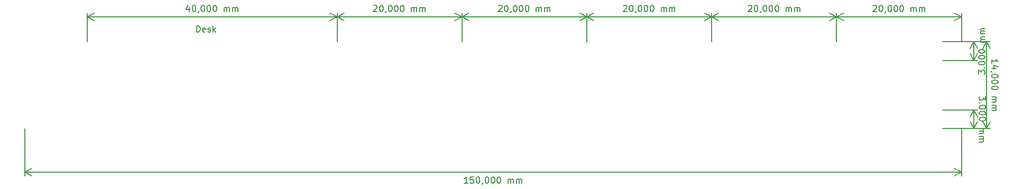
<source format=gbr>
%TF.GenerationSoftware,KiCad,Pcbnew,(5.1.7)-1*%
%TF.CreationDate,2020-11-11T22:14:19+01:00*%
%TF.ProjectId,rgb_sensor_v2,7267625f-7365-46e7-936f-725f76322e6b,rev?*%
%TF.SameCoordinates,Original*%
%TF.FileFunction,OtherDrawing,Comment*%
%FSLAX46Y46*%
G04 Gerber Fmt 4.6, Leading zero omitted, Abs format (unit mm)*
G04 Created by KiCad (PCBNEW (5.1.7)-1) date 2020-11-11 22:14:19*
%MOMM*%
%LPD*%
G01*
G04 APERTURE LIST*
%ADD10C,0.150000*%
G04 APERTURE END LIST*
D10*
X159352380Y-113252380D02*
X158780952Y-113252380D01*
X159066666Y-113252380D02*
X159066666Y-112252380D01*
X158971428Y-112395238D01*
X158876190Y-112490476D01*
X158780952Y-112538095D01*
X160257142Y-112252380D02*
X159780952Y-112252380D01*
X159733333Y-112728571D01*
X159780952Y-112680952D01*
X159876190Y-112633333D01*
X160114285Y-112633333D01*
X160209523Y-112680952D01*
X160257142Y-112728571D01*
X160304761Y-112823809D01*
X160304761Y-113061904D01*
X160257142Y-113157142D01*
X160209523Y-113204761D01*
X160114285Y-113252380D01*
X159876190Y-113252380D01*
X159780952Y-113204761D01*
X159733333Y-113157142D01*
X160923809Y-112252380D02*
X161019047Y-112252380D01*
X161114285Y-112300000D01*
X161161904Y-112347619D01*
X161209523Y-112442857D01*
X161257142Y-112633333D01*
X161257142Y-112871428D01*
X161209523Y-113061904D01*
X161161904Y-113157142D01*
X161114285Y-113204761D01*
X161019047Y-113252380D01*
X160923809Y-113252380D01*
X160828571Y-113204761D01*
X160780952Y-113157142D01*
X160733333Y-113061904D01*
X160685714Y-112871428D01*
X160685714Y-112633333D01*
X160733333Y-112442857D01*
X160780952Y-112347619D01*
X160828571Y-112300000D01*
X160923809Y-112252380D01*
X161733333Y-113204761D02*
X161733333Y-113252380D01*
X161685714Y-113347619D01*
X161638095Y-113395238D01*
X162352380Y-112252380D02*
X162447619Y-112252380D01*
X162542857Y-112300000D01*
X162590476Y-112347619D01*
X162638095Y-112442857D01*
X162685714Y-112633333D01*
X162685714Y-112871428D01*
X162638095Y-113061904D01*
X162590476Y-113157142D01*
X162542857Y-113204761D01*
X162447619Y-113252380D01*
X162352380Y-113252380D01*
X162257142Y-113204761D01*
X162209523Y-113157142D01*
X162161904Y-113061904D01*
X162114285Y-112871428D01*
X162114285Y-112633333D01*
X162161904Y-112442857D01*
X162209523Y-112347619D01*
X162257142Y-112300000D01*
X162352380Y-112252380D01*
X163304761Y-112252380D02*
X163400000Y-112252380D01*
X163495238Y-112300000D01*
X163542857Y-112347619D01*
X163590476Y-112442857D01*
X163638095Y-112633333D01*
X163638095Y-112871428D01*
X163590476Y-113061904D01*
X163542857Y-113157142D01*
X163495238Y-113204761D01*
X163400000Y-113252380D01*
X163304761Y-113252380D01*
X163209523Y-113204761D01*
X163161904Y-113157142D01*
X163114285Y-113061904D01*
X163066666Y-112871428D01*
X163066666Y-112633333D01*
X163114285Y-112442857D01*
X163161904Y-112347619D01*
X163209523Y-112300000D01*
X163304761Y-112252380D01*
X164257142Y-112252380D02*
X164352380Y-112252380D01*
X164447619Y-112300000D01*
X164495238Y-112347619D01*
X164542857Y-112442857D01*
X164590476Y-112633333D01*
X164590476Y-112871428D01*
X164542857Y-113061904D01*
X164495238Y-113157142D01*
X164447619Y-113204761D01*
X164352380Y-113252380D01*
X164257142Y-113252380D01*
X164161904Y-113204761D01*
X164114285Y-113157142D01*
X164066666Y-113061904D01*
X164019047Y-112871428D01*
X164019047Y-112633333D01*
X164066666Y-112442857D01*
X164114285Y-112347619D01*
X164161904Y-112300000D01*
X164257142Y-112252380D01*
X165780952Y-113252380D02*
X165780952Y-112585714D01*
X165780952Y-112680952D02*
X165828571Y-112633333D01*
X165923809Y-112585714D01*
X166066666Y-112585714D01*
X166161904Y-112633333D01*
X166209523Y-112728571D01*
X166209523Y-113252380D01*
X166209523Y-112728571D02*
X166257142Y-112633333D01*
X166352380Y-112585714D01*
X166495238Y-112585714D01*
X166590476Y-112633333D01*
X166638095Y-112728571D01*
X166638095Y-113252380D01*
X167114285Y-113252380D02*
X167114285Y-112585714D01*
X167114285Y-112680952D02*
X167161904Y-112633333D01*
X167257142Y-112585714D01*
X167400000Y-112585714D01*
X167495238Y-112633333D01*
X167542857Y-112728571D01*
X167542857Y-113252380D01*
X167542857Y-112728571D02*
X167590476Y-112633333D01*
X167685714Y-112585714D01*
X167828571Y-112585714D01*
X167923809Y-112633333D01*
X167971428Y-112728571D01*
X167971428Y-113252380D01*
X238400000Y-111500000D02*
X88400000Y-111500000D01*
X238400000Y-104500000D02*
X238400000Y-112086421D01*
X88400000Y-104500000D02*
X88400000Y-112086421D01*
X88400000Y-111500000D02*
X89526504Y-110913579D01*
X88400000Y-111500000D02*
X89526504Y-112086421D01*
X238400000Y-111500000D02*
X237273496Y-110913579D01*
X238400000Y-111500000D02*
X237273496Y-112086421D01*
X242247619Y-99285714D02*
X242247619Y-99904761D01*
X241866666Y-99571428D01*
X241866666Y-99714285D01*
X241819047Y-99809523D01*
X241771428Y-99857142D01*
X241676190Y-99904761D01*
X241438095Y-99904761D01*
X241342857Y-99857142D01*
X241295238Y-99809523D01*
X241247619Y-99714285D01*
X241247619Y-99428571D01*
X241295238Y-99333333D01*
X241342857Y-99285714D01*
X241342857Y-100333333D02*
X241295238Y-100380952D01*
X241247619Y-100333333D01*
X241295238Y-100285714D01*
X241342857Y-100333333D01*
X241247619Y-100333333D01*
X242247619Y-101000000D02*
X242247619Y-101095238D01*
X242200000Y-101190476D01*
X242152380Y-101238095D01*
X242057142Y-101285714D01*
X241866666Y-101333333D01*
X241628571Y-101333333D01*
X241438095Y-101285714D01*
X241342857Y-101238095D01*
X241295238Y-101190476D01*
X241247619Y-101095238D01*
X241247619Y-101000000D01*
X241295238Y-100904761D01*
X241342857Y-100857142D01*
X241438095Y-100809523D01*
X241628571Y-100761904D01*
X241866666Y-100761904D01*
X242057142Y-100809523D01*
X242152380Y-100857142D01*
X242200000Y-100904761D01*
X242247619Y-101000000D01*
X242247619Y-101952380D02*
X242247619Y-102047619D01*
X242200000Y-102142857D01*
X242152380Y-102190476D01*
X242057142Y-102238095D01*
X241866666Y-102285714D01*
X241628571Y-102285714D01*
X241438095Y-102238095D01*
X241342857Y-102190476D01*
X241295238Y-102142857D01*
X241247619Y-102047619D01*
X241247619Y-101952380D01*
X241295238Y-101857142D01*
X241342857Y-101809523D01*
X241438095Y-101761904D01*
X241628571Y-101714285D01*
X241866666Y-101714285D01*
X242057142Y-101761904D01*
X242152380Y-101809523D01*
X242200000Y-101857142D01*
X242247619Y-101952380D01*
X242247619Y-102904761D02*
X242247619Y-103000000D01*
X242200000Y-103095238D01*
X242152380Y-103142857D01*
X242057142Y-103190476D01*
X241866666Y-103238095D01*
X241628571Y-103238095D01*
X241438095Y-103190476D01*
X241342857Y-103142857D01*
X241295238Y-103095238D01*
X241247619Y-103000000D01*
X241247619Y-102904761D01*
X241295238Y-102809523D01*
X241342857Y-102761904D01*
X241438095Y-102714285D01*
X241628571Y-102666666D01*
X241866666Y-102666666D01*
X242057142Y-102714285D01*
X242152380Y-102761904D01*
X242200000Y-102809523D01*
X242247619Y-102904761D01*
X241247619Y-104428571D02*
X241914285Y-104428571D01*
X241819047Y-104428571D02*
X241866666Y-104476190D01*
X241914285Y-104571428D01*
X241914285Y-104714285D01*
X241866666Y-104809523D01*
X241771428Y-104857142D01*
X241247619Y-104857142D01*
X241771428Y-104857142D02*
X241866666Y-104904761D01*
X241914285Y-105000000D01*
X241914285Y-105142857D01*
X241866666Y-105238095D01*
X241771428Y-105285714D01*
X241247619Y-105285714D01*
X241247619Y-105761904D02*
X241914285Y-105761904D01*
X241819047Y-105761904D02*
X241866666Y-105809523D01*
X241914285Y-105904761D01*
X241914285Y-106047619D01*
X241866666Y-106142857D01*
X241771428Y-106190476D01*
X241247619Y-106190476D01*
X241771428Y-106190476D02*
X241866666Y-106238095D01*
X241914285Y-106333333D01*
X241914285Y-106476190D01*
X241866666Y-106571428D01*
X241771428Y-106619047D01*
X241247619Y-106619047D01*
X240400000Y-101500000D02*
X240400000Y-104500000D01*
X235400000Y-101500000D02*
X240986421Y-101500000D01*
X235400000Y-104500000D02*
X240986421Y-104500000D01*
X240400000Y-104500000D02*
X239813579Y-103373496D01*
X240400000Y-104500000D02*
X240986421Y-103373496D01*
X240400000Y-101500000D02*
X239813579Y-102626504D01*
X240400000Y-101500000D02*
X240986421Y-102626504D01*
X241152380Y-95714285D02*
X241152380Y-95095238D01*
X241533333Y-95428571D01*
X241533333Y-95285714D01*
X241580952Y-95190476D01*
X241628571Y-95142857D01*
X241723809Y-95095238D01*
X241961904Y-95095238D01*
X242057142Y-95142857D01*
X242104761Y-95190476D01*
X242152380Y-95285714D01*
X242152380Y-95571428D01*
X242104761Y-95666666D01*
X242057142Y-95714285D01*
X242057142Y-94666666D02*
X242104761Y-94619047D01*
X242152380Y-94666666D01*
X242104761Y-94714285D01*
X242057142Y-94666666D01*
X242152380Y-94666666D01*
X241152380Y-94000000D02*
X241152380Y-93904761D01*
X241200000Y-93809523D01*
X241247619Y-93761904D01*
X241342857Y-93714285D01*
X241533333Y-93666666D01*
X241771428Y-93666666D01*
X241961904Y-93714285D01*
X242057142Y-93761904D01*
X242104761Y-93809523D01*
X242152380Y-93904761D01*
X242152380Y-94000000D01*
X242104761Y-94095238D01*
X242057142Y-94142857D01*
X241961904Y-94190476D01*
X241771428Y-94238095D01*
X241533333Y-94238095D01*
X241342857Y-94190476D01*
X241247619Y-94142857D01*
X241200000Y-94095238D01*
X241152380Y-94000000D01*
X241152380Y-93047619D02*
X241152380Y-92952380D01*
X241200000Y-92857142D01*
X241247619Y-92809523D01*
X241342857Y-92761904D01*
X241533333Y-92714285D01*
X241771428Y-92714285D01*
X241961904Y-92761904D01*
X242057142Y-92809523D01*
X242104761Y-92857142D01*
X242152380Y-92952380D01*
X242152380Y-93047619D01*
X242104761Y-93142857D01*
X242057142Y-93190476D01*
X241961904Y-93238095D01*
X241771428Y-93285714D01*
X241533333Y-93285714D01*
X241342857Y-93238095D01*
X241247619Y-93190476D01*
X241200000Y-93142857D01*
X241152380Y-93047619D01*
X241152380Y-92095238D02*
X241152380Y-92000000D01*
X241200000Y-91904761D01*
X241247619Y-91857142D01*
X241342857Y-91809523D01*
X241533333Y-91761904D01*
X241771428Y-91761904D01*
X241961904Y-91809523D01*
X242057142Y-91857142D01*
X242104761Y-91904761D01*
X242152380Y-92000000D01*
X242152380Y-92095238D01*
X242104761Y-92190476D01*
X242057142Y-92238095D01*
X241961904Y-92285714D01*
X241771428Y-92333333D01*
X241533333Y-92333333D01*
X241342857Y-92285714D01*
X241247619Y-92238095D01*
X241200000Y-92190476D01*
X241152380Y-92095238D01*
X242152380Y-90571428D02*
X241485714Y-90571428D01*
X241580952Y-90571428D02*
X241533333Y-90523809D01*
X241485714Y-90428571D01*
X241485714Y-90285714D01*
X241533333Y-90190476D01*
X241628571Y-90142857D01*
X242152380Y-90142857D01*
X241628571Y-90142857D02*
X241533333Y-90095238D01*
X241485714Y-90000000D01*
X241485714Y-89857142D01*
X241533333Y-89761904D01*
X241628571Y-89714285D01*
X242152380Y-89714285D01*
X242152380Y-89238095D02*
X241485714Y-89238095D01*
X241580952Y-89238095D02*
X241533333Y-89190476D01*
X241485714Y-89095238D01*
X241485714Y-88952380D01*
X241533333Y-88857142D01*
X241628571Y-88809523D01*
X242152380Y-88809523D01*
X241628571Y-88809523D02*
X241533333Y-88761904D01*
X241485714Y-88666666D01*
X241485714Y-88523809D01*
X241533333Y-88428571D01*
X241628571Y-88380952D01*
X242152380Y-88380952D01*
X240400000Y-93500000D02*
X240400000Y-90500000D01*
X235400000Y-93500000D02*
X240986421Y-93500000D01*
X235400000Y-90500000D02*
X240986421Y-90500000D01*
X240400000Y-90500000D02*
X240986421Y-91626504D01*
X240400000Y-90500000D02*
X239813579Y-91626504D01*
X240400000Y-93500000D02*
X240986421Y-92373496D01*
X240400000Y-93500000D02*
X239813579Y-92373496D01*
X115900000Y-88952380D02*
X115900000Y-87952380D01*
X116138095Y-87952380D01*
X116280952Y-88000000D01*
X116376190Y-88095238D01*
X116423809Y-88190476D01*
X116471428Y-88380952D01*
X116471428Y-88523809D01*
X116423809Y-88714285D01*
X116376190Y-88809523D01*
X116280952Y-88904761D01*
X116138095Y-88952380D01*
X115900000Y-88952380D01*
X117280952Y-88904761D02*
X117185714Y-88952380D01*
X116995238Y-88952380D01*
X116900000Y-88904761D01*
X116852380Y-88809523D01*
X116852380Y-88428571D01*
X116900000Y-88333333D01*
X116995238Y-88285714D01*
X117185714Y-88285714D01*
X117280952Y-88333333D01*
X117328571Y-88428571D01*
X117328571Y-88523809D01*
X116852380Y-88619047D01*
X117709523Y-88904761D02*
X117804761Y-88952380D01*
X117995238Y-88952380D01*
X118090476Y-88904761D01*
X118138095Y-88809523D01*
X118138095Y-88761904D01*
X118090476Y-88666666D01*
X117995238Y-88619047D01*
X117852380Y-88619047D01*
X117757142Y-88571428D01*
X117709523Y-88476190D01*
X117709523Y-88428571D01*
X117757142Y-88333333D01*
X117852380Y-88285714D01*
X117995238Y-88285714D01*
X118090476Y-88333333D01*
X118566666Y-88952380D02*
X118566666Y-87952380D01*
X118661904Y-88571428D02*
X118947619Y-88952380D01*
X118947619Y-88285714D02*
X118566666Y-88666666D01*
X114733333Y-84985714D02*
X114733333Y-85652380D01*
X114495238Y-84604761D02*
X114257142Y-85319047D01*
X114876190Y-85319047D01*
X115447619Y-84652380D02*
X115542857Y-84652380D01*
X115638095Y-84700000D01*
X115685714Y-84747619D01*
X115733333Y-84842857D01*
X115780952Y-85033333D01*
X115780952Y-85271428D01*
X115733333Y-85461904D01*
X115685714Y-85557142D01*
X115638095Y-85604761D01*
X115542857Y-85652380D01*
X115447619Y-85652380D01*
X115352380Y-85604761D01*
X115304761Y-85557142D01*
X115257142Y-85461904D01*
X115209523Y-85271428D01*
X115209523Y-85033333D01*
X115257142Y-84842857D01*
X115304761Y-84747619D01*
X115352380Y-84700000D01*
X115447619Y-84652380D01*
X116257142Y-85604761D02*
X116257142Y-85652380D01*
X116209523Y-85747619D01*
X116161904Y-85795238D01*
X116876190Y-84652380D02*
X116971428Y-84652380D01*
X117066666Y-84700000D01*
X117114285Y-84747619D01*
X117161904Y-84842857D01*
X117209523Y-85033333D01*
X117209523Y-85271428D01*
X117161904Y-85461904D01*
X117114285Y-85557142D01*
X117066666Y-85604761D01*
X116971428Y-85652380D01*
X116876190Y-85652380D01*
X116780952Y-85604761D01*
X116733333Y-85557142D01*
X116685714Y-85461904D01*
X116638095Y-85271428D01*
X116638095Y-85033333D01*
X116685714Y-84842857D01*
X116733333Y-84747619D01*
X116780952Y-84700000D01*
X116876190Y-84652380D01*
X117828571Y-84652380D02*
X117923809Y-84652380D01*
X118019047Y-84700000D01*
X118066666Y-84747619D01*
X118114285Y-84842857D01*
X118161904Y-85033333D01*
X118161904Y-85271428D01*
X118114285Y-85461904D01*
X118066666Y-85557142D01*
X118019047Y-85604761D01*
X117923809Y-85652380D01*
X117828571Y-85652380D01*
X117733333Y-85604761D01*
X117685714Y-85557142D01*
X117638095Y-85461904D01*
X117590476Y-85271428D01*
X117590476Y-85033333D01*
X117638095Y-84842857D01*
X117685714Y-84747619D01*
X117733333Y-84700000D01*
X117828571Y-84652380D01*
X118780952Y-84652380D02*
X118876190Y-84652380D01*
X118971428Y-84700000D01*
X119019047Y-84747619D01*
X119066666Y-84842857D01*
X119114285Y-85033333D01*
X119114285Y-85271428D01*
X119066666Y-85461904D01*
X119019047Y-85557142D01*
X118971428Y-85604761D01*
X118876190Y-85652380D01*
X118780952Y-85652380D01*
X118685714Y-85604761D01*
X118638095Y-85557142D01*
X118590476Y-85461904D01*
X118542857Y-85271428D01*
X118542857Y-85033333D01*
X118590476Y-84842857D01*
X118638095Y-84747619D01*
X118685714Y-84700000D01*
X118780952Y-84652380D01*
X120304761Y-85652380D02*
X120304761Y-84985714D01*
X120304761Y-85080952D02*
X120352380Y-85033333D01*
X120447619Y-84985714D01*
X120590476Y-84985714D01*
X120685714Y-85033333D01*
X120733333Y-85128571D01*
X120733333Y-85652380D01*
X120733333Y-85128571D02*
X120780952Y-85033333D01*
X120876190Y-84985714D01*
X121019047Y-84985714D01*
X121114285Y-85033333D01*
X121161904Y-85128571D01*
X121161904Y-85652380D01*
X121638095Y-85652380D02*
X121638095Y-84985714D01*
X121638095Y-85080952D02*
X121685714Y-85033333D01*
X121780952Y-84985714D01*
X121923809Y-84985714D01*
X122019047Y-85033333D01*
X122066666Y-85128571D01*
X122066666Y-85652380D01*
X122066666Y-85128571D02*
X122114285Y-85033333D01*
X122209523Y-84985714D01*
X122352380Y-84985714D01*
X122447619Y-85033333D01*
X122495238Y-85128571D01*
X122495238Y-85652380D01*
X138400000Y-86500000D02*
X98400000Y-86500000D01*
X138400000Y-90500000D02*
X138400000Y-85913579D01*
X98400000Y-90500000D02*
X98400000Y-85913579D01*
X98400000Y-86500000D02*
X99526504Y-85913579D01*
X98400000Y-86500000D02*
X99526504Y-87086421D01*
X138400000Y-86500000D02*
X137273496Y-85913579D01*
X138400000Y-86500000D02*
X137273496Y-87086421D01*
X144257142Y-84747619D02*
X144304761Y-84700000D01*
X144400000Y-84652380D01*
X144638095Y-84652380D01*
X144733333Y-84700000D01*
X144780952Y-84747619D01*
X144828571Y-84842857D01*
X144828571Y-84938095D01*
X144780952Y-85080952D01*
X144209523Y-85652380D01*
X144828571Y-85652380D01*
X145447619Y-84652380D02*
X145542857Y-84652380D01*
X145638095Y-84700000D01*
X145685714Y-84747619D01*
X145733333Y-84842857D01*
X145780952Y-85033333D01*
X145780952Y-85271428D01*
X145733333Y-85461904D01*
X145685714Y-85557142D01*
X145638095Y-85604761D01*
X145542857Y-85652380D01*
X145447619Y-85652380D01*
X145352380Y-85604761D01*
X145304761Y-85557142D01*
X145257142Y-85461904D01*
X145209523Y-85271428D01*
X145209523Y-85033333D01*
X145257142Y-84842857D01*
X145304761Y-84747619D01*
X145352380Y-84700000D01*
X145447619Y-84652380D01*
X146257142Y-85604761D02*
X146257142Y-85652380D01*
X146209523Y-85747619D01*
X146161904Y-85795238D01*
X146876190Y-84652380D02*
X146971428Y-84652380D01*
X147066666Y-84700000D01*
X147114285Y-84747619D01*
X147161904Y-84842857D01*
X147209523Y-85033333D01*
X147209523Y-85271428D01*
X147161904Y-85461904D01*
X147114285Y-85557142D01*
X147066666Y-85604761D01*
X146971428Y-85652380D01*
X146876190Y-85652380D01*
X146780952Y-85604761D01*
X146733333Y-85557142D01*
X146685714Y-85461904D01*
X146638095Y-85271428D01*
X146638095Y-85033333D01*
X146685714Y-84842857D01*
X146733333Y-84747619D01*
X146780952Y-84700000D01*
X146876190Y-84652380D01*
X147828571Y-84652380D02*
X147923809Y-84652380D01*
X148019047Y-84700000D01*
X148066666Y-84747619D01*
X148114285Y-84842857D01*
X148161904Y-85033333D01*
X148161904Y-85271428D01*
X148114285Y-85461904D01*
X148066666Y-85557142D01*
X148019047Y-85604761D01*
X147923809Y-85652380D01*
X147828571Y-85652380D01*
X147733333Y-85604761D01*
X147685714Y-85557142D01*
X147638095Y-85461904D01*
X147590476Y-85271428D01*
X147590476Y-85033333D01*
X147638095Y-84842857D01*
X147685714Y-84747619D01*
X147733333Y-84700000D01*
X147828571Y-84652380D01*
X148780952Y-84652380D02*
X148876190Y-84652380D01*
X148971428Y-84700000D01*
X149019047Y-84747619D01*
X149066666Y-84842857D01*
X149114285Y-85033333D01*
X149114285Y-85271428D01*
X149066666Y-85461904D01*
X149019047Y-85557142D01*
X148971428Y-85604761D01*
X148876190Y-85652380D01*
X148780952Y-85652380D01*
X148685714Y-85604761D01*
X148638095Y-85557142D01*
X148590476Y-85461904D01*
X148542857Y-85271428D01*
X148542857Y-85033333D01*
X148590476Y-84842857D01*
X148638095Y-84747619D01*
X148685714Y-84700000D01*
X148780952Y-84652380D01*
X150304761Y-85652380D02*
X150304761Y-84985714D01*
X150304761Y-85080952D02*
X150352380Y-85033333D01*
X150447619Y-84985714D01*
X150590476Y-84985714D01*
X150685714Y-85033333D01*
X150733333Y-85128571D01*
X150733333Y-85652380D01*
X150733333Y-85128571D02*
X150780952Y-85033333D01*
X150876190Y-84985714D01*
X151019047Y-84985714D01*
X151114285Y-85033333D01*
X151161904Y-85128571D01*
X151161904Y-85652380D01*
X151638095Y-85652380D02*
X151638095Y-84985714D01*
X151638095Y-85080952D02*
X151685714Y-85033333D01*
X151780952Y-84985714D01*
X151923809Y-84985714D01*
X152019047Y-85033333D01*
X152066666Y-85128571D01*
X152066666Y-85652380D01*
X152066666Y-85128571D02*
X152114285Y-85033333D01*
X152209523Y-84985714D01*
X152352380Y-84985714D01*
X152447619Y-85033333D01*
X152495238Y-85128571D01*
X152495238Y-85652380D01*
X158400000Y-86500000D02*
X138400000Y-86500000D01*
X158400000Y-90500000D02*
X158400000Y-85913579D01*
X138400000Y-90500000D02*
X138400000Y-85913579D01*
X138400000Y-86500000D02*
X139526504Y-85913579D01*
X138400000Y-86500000D02*
X139526504Y-87086421D01*
X158400000Y-86500000D02*
X157273496Y-85913579D01*
X158400000Y-86500000D02*
X157273496Y-87086421D01*
X164257142Y-84747619D02*
X164304761Y-84700000D01*
X164400000Y-84652380D01*
X164638095Y-84652380D01*
X164733333Y-84700000D01*
X164780952Y-84747619D01*
X164828571Y-84842857D01*
X164828571Y-84938095D01*
X164780952Y-85080952D01*
X164209523Y-85652380D01*
X164828571Y-85652380D01*
X165447619Y-84652380D02*
X165542857Y-84652380D01*
X165638095Y-84700000D01*
X165685714Y-84747619D01*
X165733333Y-84842857D01*
X165780952Y-85033333D01*
X165780952Y-85271428D01*
X165733333Y-85461904D01*
X165685714Y-85557142D01*
X165638095Y-85604761D01*
X165542857Y-85652380D01*
X165447619Y-85652380D01*
X165352380Y-85604761D01*
X165304761Y-85557142D01*
X165257142Y-85461904D01*
X165209523Y-85271428D01*
X165209523Y-85033333D01*
X165257142Y-84842857D01*
X165304761Y-84747619D01*
X165352380Y-84700000D01*
X165447619Y-84652380D01*
X166257142Y-85604761D02*
X166257142Y-85652380D01*
X166209523Y-85747619D01*
X166161904Y-85795238D01*
X166876190Y-84652380D02*
X166971428Y-84652380D01*
X167066666Y-84700000D01*
X167114285Y-84747619D01*
X167161904Y-84842857D01*
X167209523Y-85033333D01*
X167209523Y-85271428D01*
X167161904Y-85461904D01*
X167114285Y-85557142D01*
X167066666Y-85604761D01*
X166971428Y-85652380D01*
X166876190Y-85652380D01*
X166780952Y-85604761D01*
X166733333Y-85557142D01*
X166685714Y-85461904D01*
X166638095Y-85271428D01*
X166638095Y-85033333D01*
X166685714Y-84842857D01*
X166733333Y-84747619D01*
X166780952Y-84700000D01*
X166876190Y-84652380D01*
X167828571Y-84652380D02*
X167923809Y-84652380D01*
X168019047Y-84700000D01*
X168066666Y-84747619D01*
X168114285Y-84842857D01*
X168161904Y-85033333D01*
X168161904Y-85271428D01*
X168114285Y-85461904D01*
X168066666Y-85557142D01*
X168019047Y-85604761D01*
X167923809Y-85652380D01*
X167828571Y-85652380D01*
X167733333Y-85604761D01*
X167685714Y-85557142D01*
X167638095Y-85461904D01*
X167590476Y-85271428D01*
X167590476Y-85033333D01*
X167638095Y-84842857D01*
X167685714Y-84747619D01*
X167733333Y-84700000D01*
X167828571Y-84652380D01*
X168780952Y-84652380D02*
X168876190Y-84652380D01*
X168971428Y-84700000D01*
X169019047Y-84747619D01*
X169066666Y-84842857D01*
X169114285Y-85033333D01*
X169114285Y-85271428D01*
X169066666Y-85461904D01*
X169019047Y-85557142D01*
X168971428Y-85604761D01*
X168876190Y-85652380D01*
X168780952Y-85652380D01*
X168685714Y-85604761D01*
X168638095Y-85557142D01*
X168590476Y-85461904D01*
X168542857Y-85271428D01*
X168542857Y-85033333D01*
X168590476Y-84842857D01*
X168638095Y-84747619D01*
X168685714Y-84700000D01*
X168780952Y-84652380D01*
X170304761Y-85652380D02*
X170304761Y-84985714D01*
X170304761Y-85080952D02*
X170352380Y-85033333D01*
X170447619Y-84985714D01*
X170590476Y-84985714D01*
X170685714Y-85033333D01*
X170733333Y-85128571D01*
X170733333Y-85652380D01*
X170733333Y-85128571D02*
X170780952Y-85033333D01*
X170876190Y-84985714D01*
X171019047Y-84985714D01*
X171114285Y-85033333D01*
X171161904Y-85128571D01*
X171161904Y-85652380D01*
X171638095Y-85652380D02*
X171638095Y-84985714D01*
X171638095Y-85080952D02*
X171685714Y-85033333D01*
X171780952Y-84985714D01*
X171923809Y-84985714D01*
X172019047Y-85033333D01*
X172066666Y-85128571D01*
X172066666Y-85652380D01*
X172066666Y-85128571D02*
X172114285Y-85033333D01*
X172209523Y-84985714D01*
X172352380Y-84985714D01*
X172447619Y-85033333D01*
X172495238Y-85128571D01*
X172495238Y-85652380D01*
X178400000Y-86500000D02*
X158400000Y-86500000D01*
X178400000Y-90500000D02*
X178400000Y-85913579D01*
X158400000Y-90500000D02*
X158400000Y-85913579D01*
X158400000Y-86500000D02*
X159526504Y-85913579D01*
X158400000Y-86500000D02*
X159526504Y-87086421D01*
X178400000Y-86500000D02*
X177273496Y-85913579D01*
X178400000Y-86500000D02*
X177273496Y-87086421D01*
X184257142Y-84747619D02*
X184304761Y-84700000D01*
X184400000Y-84652380D01*
X184638095Y-84652380D01*
X184733333Y-84700000D01*
X184780952Y-84747619D01*
X184828571Y-84842857D01*
X184828571Y-84938095D01*
X184780952Y-85080952D01*
X184209523Y-85652380D01*
X184828571Y-85652380D01*
X185447619Y-84652380D02*
X185542857Y-84652380D01*
X185638095Y-84700000D01*
X185685714Y-84747619D01*
X185733333Y-84842857D01*
X185780952Y-85033333D01*
X185780952Y-85271428D01*
X185733333Y-85461904D01*
X185685714Y-85557142D01*
X185638095Y-85604761D01*
X185542857Y-85652380D01*
X185447619Y-85652380D01*
X185352380Y-85604761D01*
X185304761Y-85557142D01*
X185257142Y-85461904D01*
X185209523Y-85271428D01*
X185209523Y-85033333D01*
X185257142Y-84842857D01*
X185304761Y-84747619D01*
X185352380Y-84700000D01*
X185447619Y-84652380D01*
X186257142Y-85604761D02*
X186257142Y-85652380D01*
X186209523Y-85747619D01*
X186161904Y-85795238D01*
X186876190Y-84652380D02*
X186971428Y-84652380D01*
X187066666Y-84700000D01*
X187114285Y-84747619D01*
X187161904Y-84842857D01*
X187209523Y-85033333D01*
X187209523Y-85271428D01*
X187161904Y-85461904D01*
X187114285Y-85557142D01*
X187066666Y-85604761D01*
X186971428Y-85652380D01*
X186876190Y-85652380D01*
X186780952Y-85604761D01*
X186733333Y-85557142D01*
X186685714Y-85461904D01*
X186638095Y-85271428D01*
X186638095Y-85033333D01*
X186685714Y-84842857D01*
X186733333Y-84747619D01*
X186780952Y-84700000D01*
X186876190Y-84652380D01*
X187828571Y-84652380D02*
X187923809Y-84652380D01*
X188019047Y-84700000D01*
X188066666Y-84747619D01*
X188114285Y-84842857D01*
X188161904Y-85033333D01*
X188161904Y-85271428D01*
X188114285Y-85461904D01*
X188066666Y-85557142D01*
X188019047Y-85604761D01*
X187923809Y-85652380D01*
X187828571Y-85652380D01*
X187733333Y-85604761D01*
X187685714Y-85557142D01*
X187638095Y-85461904D01*
X187590476Y-85271428D01*
X187590476Y-85033333D01*
X187638095Y-84842857D01*
X187685714Y-84747619D01*
X187733333Y-84700000D01*
X187828571Y-84652380D01*
X188780952Y-84652380D02*
X188876190Y-84652380D01*
X188971428Y-84700000D01*
X189019047Y-84747619D01*
X189066666Y-84842857D01*
X189114285Y-85033333D01*
X189114285Y-85271428D01*
X189066666Y-85461904D01*
X189019047Y-85557142D01*
X188971428Y-85604761D01*
X188876190Y-85652380D01*
X188780952Y-85652380D01*
X188685714Y-85604761D01*
X188638095Y-85557142D01*
X188590476Y-85461904D01*
X188542857Y-85271428D01*
X188542857Y-85033333D01*
X188590476Y-84842857D01*
X188638095Y-84747619D01*
X188685714Y-84700000D01*
X188780952Y-84652380D01*
X190304761Y-85652380D02*
X190304761Y-84985714D01*
X190304761Y-85080952D02*
X190352380Y-85033333D01*
X190447619Y-84985714D01*
X190590476Y-84985714D01*
X190685714Y-85033333D01*
X190733333Y-85128571D01*
X190733333Y-85652380D01*
X190733333Y-85128571D02*
X190780952Y-85033333D01*
X190876190Y-84985714D01*
X191019047Y-84985714D01*
X191114285Y-85033333D01*
X191161904Y-85128571D01*
X191161904Y-85652380D01*
X191638095Y-85652380D02*
X191638095Y-84985714D01*
X191638095Y-85080952D02*
X191685714Y-85033333D01*
X191780952Y-84985714D01*
X191923809Y-84985714D01*
X192019047Y-85033333D01*
X192066666Y-85128571D01*
X192066666Y-85652380D01*
X192066666Y-85128571D02*
X192114285Y-85033333D01*
X192209523Y-84985714D01*
X192352380Y-84985714D01*
X192447619Y-85033333D01*
X192495238Y-85128571D01*
X192495238Y-85652380D01*
X198400000Y-86500000D02*
X178400000Y-86500000D01*
X198400000Y-90500000D02*
X198400000Y-85913579D01*
X178400000Y-90500000D02*
X178400000Y-85913579D01*
X178400000Y-86500000D02*
X179526504Y-85913579D01*
X178400000Y-86500000D02*
X179526504Y-87086421D01*
X198400000Y-86500000D02*
X197273496Y-85913579D01*
X198400000Y-86500000D02*
X197273496Y-87086421D01*
X204257142Y-84747619D02*
X204304761Y-84700000D01*
X204400000Y-84652380D01*
X204638095Y-84652380D01*
X204733333Y-84700000D01*
X204780952Y-84747619D01*
X204828571Y-84842857D01*
X204828571Y-84938095D01*
X204780952Y-85080952D01*
X204209523Y-85652380D01*
X204828571Y-85652380D01*
X205447619Y-84652380D02*
X205542857Y-84652380D01*
X205638095Y-84700000D01*
X205685714Y-84747619D01*
X205733333Y-84842857D01*
X205780952Y-85033333D01*
X205780952Y-85271428D01*
X205733333Y-85461904D01*
X205685714Y-85557142D01*
X205638095Y-85604761D01*
X205542857Y-85652380D01*
X205447619Y-85652380D01*
X205352380Y-85604761D01*
X205304761Y-85557142D01*
X205257142Y-85461904D01*
X205209523Y-85271428D01*
X205209523Y-85033333D01*
X205257142Y-84842857D01*
X205304761Y-84747619D01*
X205352380Y-84700000D01*
X205447619Y-84652380D01*
X206257142Y-85604761D02*
X206257142Y-85652380D01*
X206209523Y-85747619D01*
X206161904Y-85795238D01*
X206876190Y-84652380D02*
X206971428Y-84652380D01*
X207066666Y-84700000D01*
X207114285Y-84747619D01*
X207161904Y-84842857D01*
X207209523Y-85033333D01*
X207209523Y-85271428D01*
X207161904Y-85461904D01*
X207114285Y-85557142D01*
X207066666Y-85604761D01*
X206971428Y-85652380D01*
X206876190Y-85652380D01*
X206780952Y-85604761D01*
X206733333Y-85557142D01*
X206685714Y-85461904D01*
X206638095Y-85271428D01*
X206638095Y-85033333D01*
X206685714Y-84842857D01*
X206733333Y-84747619D01*
X206780952Y-84700000D01*
X206876190Y-84652380D01*
X207828571Y-84652380D02*
X207923809Y-84652380D01*
X208019047Y-84700000D01*
X208066666Y-84747619D01*
X208114285Y-84842857D01*
X208161904Y-85033333D01*
X208161904Y-85271428D01*
X208114285Y-85461904D01*
X208066666Y-85557142D01*
X208019047Y-85604761D01*
X207923809Y-85652380D01*
X207828571Y-85652380D01*
X207733333Y-85604761D01*
X207685714Y-85557142D01*
X207638095Y-85461904D01*
X207590476Y-85271428D01*
X207590476Y-85033333D01*
X207638095Y-84842857D01*
X207685714Y-84747619D01*
X207733333Y-84700000D01*
X207828571Y-84652380D01*
X208780952Y-84652380D02*
X208876190Y-84652380D01*
X208971428Y-84700000D01*
X209019047Y-84747619D01*
X209066666Y-84842857D01*
X209114285Y-85033333D01*
X209114285Y-85271428D01*
X209066666Y-85461904D01*
X209019047Y-85557142D01*
X208971428Y-85604761D01*
X208876190Y-85652380D01*
X208780952Y-85652380D01*
X208685714Y-85604761D01*
X208638095Y-85557142D01*
X208590476Y-85461904D01*
X208542857Y-85271428D01*
X208542857Y-85033333D01*
X208590476Y-84842857D01*
X208638095Y-84747619D01*
X208685714Y-84700000D01*
X208780952Y-84652380D01*
X210304761Y-85652380D02*
X210304761Y-84985714D01*
X210304761Y-85080952D02*
X210352380Y-85033333D01*
X210447619Y-84985714D01*
X210590476Y-84985714D01*
X210685714Y-85033333D01*
X210733333Y-85128571D01*
X210733333Y-85652380D01*
X210733333Y-85128571D02*
X210780952Y-85033333D01*
X210876190Y-84985714D01*
X211019047Y-84985714D01*
X211114285Y-85033333D01*
X211161904Y-85128571D01*
X211161904Y-85652380D01*
X211638095Y-85652380D02*
X211638095Y-84985714D01*
X211638095Y-85080952D02*
X211685714Y-85033333D01*
X211780952Y-84985714D01*
X211923809Y-84985714D01*
X212019047Y-85033333D01*
X212066666Y-85128571D01*
X212066666Y-85652380D01*
X212066666Y-85128571D02*
X212114285Y-85033333D01*
X212209523Y-84985714D01*
X212352380Y-84985714D01*
X212447619Y-85033333D01*
X212495238Y-85128571D01*
X212495238Y-85652380D01*
X218400000Y-86500000D02*
X198400000Y-86500000D01*
X218400000Y-90500000D02*
X218400000Y-85913579D01*
X198400000Y-90500000D02*
X198400000Y-85913579D01*
X198400000Y-86500000D02*
X199526504Y-85913579D01*
X198400000Y-86500000D02*
X199526504Y-87086421D01*
X218400000Y-86500000D02*
X217273496Y-85913579D01*
X218400000Y-86500000D02*
X217273496Y-87086421D01*
X224257142Y-84747619D02*
X224304761Y-84700000D01*
X224400000Y-84652380D01*
X224638095Y-84652380D01*
X224733333Y-84700000D01*
X224780952Y-84747619D01*
X224828571Y-84842857D01*
X224828571Y-84938095D01*
X224780952Y-85080952D01*
X224209523Y-85652380D01*
X224828571Y-85652380D01*
X225447619Y-84652380D02*
X225542857Y-84652380D01*
X225638095Y-84700000D01*
X225685714Y-84747619D01*
X225733333Y-84842857D01*
X225780952Y-85033333D01*
X225780952Y-85271428D01*
X225733333Y-85461904D01*
X225685714Y-85557142D01*
X225638095Y-85604761D01*
X225542857Y-85652380D01*
X225447619Y-85652380D01*
X225352380Y-85604761D01*
X225304761Y-85557142D01*
X225257142Y-85461904D01*
X225209523Y-85271428D01*
X225209523Y-85033333D01*
X225257142Y-84842857D01*
X225304761Y-84747619D01*
X225352380Y-84700000D01*
X225447619Y-84652380D01*
X226257142Y-85604761D02*
X226257142Y-85652380D01*
X226209523Y-85747619D01*
X226161904Y-85795238D01*
X226876190Y-84652380D02*
X226971428Y-84652380D01*
X227066666Y-84700000D01*
X227114285Y-84747619D01*
X227161904Y-84842857D01*
X227209523Y-85033333D01*
X227209523Y-85271428D01*
X227161904Y-85461904D01*
X227114285Y-85557142D01*
X227066666Y-85604761D01*
X226971428Y-85652380D01*
X226876190Y-85652380D01*
X226780952Y-85604761D01*
X226733333Y-85557142D01*
X226685714Y-85461904D01*
X226638095Y-85271428D01*
X226638095Y-85033333D01*
X226685714Y-84842857D01*
X226733333Y-84747619D01*
X226780952Y-84700000D01*
X226876190Y-84652380D01*
X227828571Y-84652380D02*
X227923809Y-84652380D01*
X228019047Y-84700000D01*
X228066666Y-84747619D01*
X228114285Y-84842857D01*
X228161904Y-85033333D01*
X228161904Y-85271428D01*
X228114285Y-85461904D01*
X228066666Y-85557142D01*
X228019047Y-85604761D01*
X227923809Y-85652380D01*
X227828571Y-85652380D01*
X227733333Y-85604761D01*
X227685714Y-85557142D01*
X227638095Y-85461904D01*
X227590476Y-85271428D01*
X227590476Y-85033333D01*
X227638095Y-84842857D01*
X227685714Y-84747619D01*
X227733333Y-84700000D01*
X227828571Y-84652380D01*
X228780952Y-84652380D02*
X228876190Y-84652380D01*
X228971428Y-84700000D01*
X229019047Y-84747619D01*
X229066666Y-84842857D01*
X229114285Y-85033333D01*
X229114285Y-85271428D01*
X229066666Y-85461904D01*
X229019047Y-85557142D01*
X228971428Y-85604761D01*
X228876190Y-85652380D01*
X228780952Y-85652380D01*
X228685714Y-85604761D01*
X228638095Y-85557142D01*
X228590476Y-85461904D01*
X228542857Y-85271428D01*
X228542857Y-85033333D01*
X228590476Y-84842857D01*
X228638095Y-84747619D01*
X228685714Y-84700000D01*
X228780952Y-84652380D01*
X230304761Y-85652380D02*
X230304761Y-84985714D01*
X230304761Y-85080952D02*
X230352380Y-85033333D01*
X230447619Y-84985714D01*
X230590476Y-84985714D01*
X230685714Y-85033333D01*
X230733333Y-85128571D01*
X230733333Y-85652380D01*
X230733333Y-85128571D02*
X230780952Y-85033333D01*
X230876190Y-84985714D01*
X231019047Y-84985714D01*
X231114285Y-85033333D01*
X231161904Y-85128571D01*
X231161904Y-85652380D01*
X231638095Y-85652380D02*
X231638095Y-84985714D01*
X231638095Y-85080952D02*
X231685714Y-85033333D01*
X231780952Y-84985714D01*
X231923809Y-84985714D01*
X232019047Y-85033333D01*
X232066666Y-85128571D01*
X232066666Y-85652380D01*
X232066666Y-85128571D02*
X232114285Y-85033333D01*
X232209523Y-84985714D01*
X232352380Y-84985714D01*
X232447619Y-85033333D01*
X232495238Y-85128571D01*
X232495238Y-85652380D01*
X238400000Y-86500000D02*
X218400000Y-86500000D01*
X238400000Y-90500000D02*
X238400000Y-85913579D01*
X218400000Y-90500000D02*
X218400000Y-85913579D01*
X218400000Y-86500000D02*
X219526504Y-85913579D01*
X218400000Y-86500000D02*
X219526504Y-87086421D01*
X238400000Y-86500000D02*
X237273496Y-85913579D01*
X238400000Y-86500000D02*
X237273496Y-87086421D01*
X243247619Y-93928571D02*
X243247619Y-93357142D01*
X243247619Y-93642857D02*
X244247619Y-93642857D01*
X244104761Y-93547619D01*
X244009523Y-93452380D01*
X243961904Y-93357142D01*
X243914285Y-94785714D02*
X243247619Y-94785714D01*
X244295238Y-94547619D02*
X243580952Y-94309523D01*
X243580952Y-94928571D01*
X243295238Y-95357142D02*
X243247619Y-95357142D01*
X243152380Y-95309523D01*
X243104761Y-95261904D01*
X244247619Y-95976190D02*
X244247619Y-96071428D01*
X244200000Y-96166666D01*
X244152380Y-96214285D01*
X244057142Y-96261904D01*
X243866666Y-96309523D01*
X243628571Y-96309523D01*
X243438095Y-96261904D01*
X243342857Y-96214285D01*
X243295238Y-96166666D01*
X243247619Y-96071428D01*
X243247619Y-95976190D01*
X243295238Y-95880952D01*
X243342857Y-95833333D01*
X243438095Y-95785714D01*
X243628571Y-95738095D01*
X243866666Y-95738095D01*
X244057142Y-95785714D01*
X244152380Y-95833333D01*
X244200000Y-95880952D01*
X244247619Y-95976190D01*
X244247619Y-96928571D02*
X244247619Y-97023809D01*
X244200000Y-97119047D01*
X244152380Y-97166666D01*
X244057142Y-97214285D01*
X243866666Y-97261904D01*
X243628571Y-97261904D01*
X243438095Y-97214285D01*
X243342857Y-97166666D01*
X243295238Y-97119047D01*
X243247619Y-97023809D01*
X243247619Y-96928571D01*
X243295238Y-96833333D01*
X243342857Y-96785714D01*
X243438095Y-96738095D01*
X243628571Y-96690476D01*
X243866666Y-96690476D01*
X244057142Y-96738095D01*
X244152380Y-96785714D01*
X244200000Y-96833333D01*
X244247619Y-96928571D01*
X244247619Y-97880952D02*
X244247619Y-97976190D01*
X244200000Y-98071428D01*
X244152380Y-98119047D01*
X244057142Y-98166666D01*
X243866666Y-98214285D01*
X243628571Y-98214285D01*
X243438095Y-98166666D01*
X243342857Y-98119047D01*
X243295238Y-98071428D01*
X243247619Y-97976190D01*
X243247619Y-97880952D01*
X243295238Y-97785714D01*
X243342857Y-97738095D01*
X243438095Y-97690476D01*
X243628571Y-97642857D01*
X243866666Y-97642857D01*
X244057142Y-97690476D01*
X244152380Y-97738095D01*
X244200000Y-97785714D01*
X244247619Y-97880952D01*
X243247619Y-99404761D02*
X243914285Y-99404761D01*
X243819047Y-99404761D02*
X243866666Y-99452380D01*
X243914285Y-99547619D01*
X243914285Y-99690476D01*
X243866666Y-99785714D01*
X243771428Y-99833333D01*
X243247619Y-99833333D01*
X243771428Y-99833333D02*
X243866666Y-99880952D01*
X243914285Y-99976190D01*
X243914285Y-100119047D01*
X243866666Y-100214285D01*
X243771428Y-100261904D01*
X243247619Y-100261904D01*
X243247619Y-100738095D02*
X243914285Y-100738095D01*
X243819047Y-100738095D02*
X243866666Y-100785714D01*
X243914285Y-100880952D01*
X243914285Y-101023809D01*
X243866666Y-101119047D01*
X243771428Y-101166666D01*
X243247619Y-101166666D01*
X243771428Y-101166666D02*
X243866666Y-101214285D01*
X243914285Y-101309523D01*
X243914285Y-101452380D01*
X243866666Y-101547619D01*
X243771428Y-101595238D01*
X243247619Y-101595238D01*
X242400000Y-90500000D02*
X242400000Y-104500000D01*
X238400000Y-90500000D02*
X242986421Y-90500000D01*
X238400000Y-104500000D02*
X242986421Y-104500000D01*
X242400000Y-104500000D02*
X241813579Y-103373496D01*
X242400000Y-104500000D02*
X242986421Y-103373496D01*
X242400000Y-90500000D02*
X241813579Y-91626504D01*
X242400000Y-90500000D02*
X242986421Y-91626504D01*
M02*

</source>
